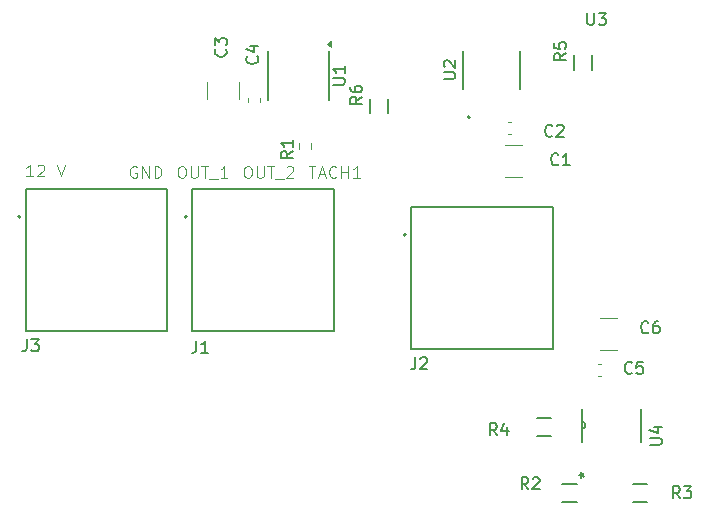
<source format=gto>
%TF.GenerationSoftware,KiCad,Pcbnew,9.0.2*%
%TF.CreationDate,2025-12-29T08:51:12-08:00*%
%TF.ProjectId,motor_temperature,6d6f746f-725f-4746-956d-706572617475,A*%
%TF.SameCoordinates,Original*%
%TF.FileFunction,Legend,Top*%
%TF.FilePolarity,Positive*%
%FSLAX46Y46*%
G04 Gerber Fmt 4.6, Leading zero omitted, Abs format (unit mm)*
G04 Created by KiCad (PCBNEW 9.0.2) date 2025-12-29 08:51:12*
%MOMM*%
%LPD*%
G01*
G04 APERTURE LIST*
%ADD10C,0.100000*%
%ADD11C,0.150000*%
%ADD12C,0.120000*%
%ADD13C,0.127000*%
%ADD14C,0.200000*%
%ADD15C,0.152400*%
G04 APERTURE END LIST*
D10*
X133638027Y-81295419D02*
X134209455Y-81295419D01*
X133923741Y-82295419D02*
X133923741Y-81295419D01*
X134495170Y-82009704D02*
X134971360Y-82009704D01*
X134399932Y-82295419D02*
X134733265Y-81295419D01*
X134733265Y-81295419D02*
X135066598Y-82295419D01*
X135971360Y-82200180D02*
X135923741Y-82247800D01*
X135923741Y-82247800D02*
X135780884Y-82295419D01*
X135780884Y-82295419D02*
X135685646Y-82295419D01*
X135685646Y-82295419D02*
X135542789Y-82247800D01*
X135542789Y-82247800D02*
X135447551Y-82152561D01*
X135447551Y-82152561D02*
X135399932Y-82057323D01*
X135399932Y-82057323D02*
X135352313Y-81866847D01*
X135352313Y-81866847D02*
X135352313Y-81723990D01*
X135352313Y-81723990D02*
X135399932Y-81533514D01*
X135399932Y-81533514D02*
X135447551Y-81438276D01*
X135447551Y-81438276D02*
X135542789Y-81343038D01*
X135542789Y-81343038D02*
X135685646Y-81295419D01*
X135685646Y-81295419D02*
X135780884Y-81295419D01*
X135780884Y-81295419D02*
X135923741Y-81343038D01*
X135923741Y-81343038D02*
X135971360Y-81390657D01*
X136399932Y-82295419D02*
X136399932Y-81295419D01*
X136399932Y-81771609D02*
X136971360Y-81771609D01*
X136971360Y-82295419D02*
X136971360Y-81295419D01*
X137971360Y-82295419D02*
X137399932Y-82295419D01*
X137685646Y-82295419D02*
X137685646Y-81295419D01*
X137685646Y-81295419D02*
X137590408Y-81438276D01*
X137590408Y-81438276D02*
X137495170Y-81533514D01*
X137495170Y-81533514D02*
X137399932Y-81581133D01*
X110301693Y-82168419D02*
X109730265Y-82168419D01*
X110015979Y-82168419D02*
X110015979Y-81168419D01*
X110015979Y-81168419D02*
X109920741Y-81311276D01*
X109920741Y-81311276D02*
X109825503Y-81406514D01*
X109825503Y-81406514D02*
X109730265Y-81454133D01*
X110682646Y-81263657D02*
X110730265Y-81216038D01*
X110730265Y-81216038D02*
X110825503Y-81168419D01*
X110825503Y-81168419D02*
X111063598Y-81168419D01*
X111063598Y-81168419D02*
X111158836Y-81216038D01*
X111158836Y-81216038D02*
X111206455Y-81263657D01*
X111206455Y-81263657D02*
X111254074Y-81358895D01*
X111254074Y-81358895D02*
X111254074Y-81454133D01*
X111254074Y-81454133D02*
X111206455Y-81596990D01*
X111206455Y-81596990D02*
X110635027Y-82168419D01*
X110635027Y-82168419D02*
X111254074Y-82168419D01*
X112301694Y-81168419D02*
X112635027Y-82168419D01*
X112635027Y-82168419D02*
X112968360Y-81168419D01*
X122795360Y-81295419D02*
X122985836Y-81295419D01*
X122985836Y-81295419D02*
X123081074Y-81343038D01*
X123081074Y-81343038D02*
X123176312Y-81438276D01*
X123176312Y-81438276D02*
X123223931Y-81628752D01*
X123223931Y-81628752D02*
X123223931Y-81962085D01*
X123223931Y-81962085D02*
X123176312Y-82152561D01*
X123176312Y-82152561D02*
X123081074Y-82247800D01*
X123081074Y-82247800D02*
X122985836Y-82295419D01*
X122985836Y-82295419D02*
X122795360Y-82295419D01*
X122795360Y-82295419D02*
X122700122Y-82247800D01*
X122700122Y-82247800D02*
X122604884Y-82152561D01*
X122604884Y-82152561D02*
X122557265Y-81962085D01*
X122557265Y-81962085D02*
X122557265Y-81628752D01*
X122557265Y-81628752D02*
X122604884Y-81438276D01*
X122604884Y-81438276D02*
X122700122Y-81343038D01*
X122700122Y-81343038D02*
X122795360Y-81295419D01*
X123652503Y-81295419D02*
X123652503Y-82104942D01*
X123652503Y-82104942D02*
X123700122Y-82200180D01*
X123700122Y-82200180D02*
X123747741Y-82247800D01*
X123747741Y-82247800D02*
X123842979Y-82295419D01*
X123842979Y-82295419D02*
X124033455Y-82295419D01*
X124033455Y-82295419D02*
X124128693Y-82247800D01*
X124128693Y-82247800D02*
X124176312Y-82200180D01*
X124176312Y-82200180D02*
X124223931Y-82104942D01*
X124223931Y-82104942D02*
X124223931Y-81295419D01*
X124557265Y-81295419D02*
X125128693Y-81295419D01*
X124842979Y-82295419D02*
X124842979Y-81295419D01*
X125223932Y-82390657D02*
X125985836Y-82390657D01*
X126747741Y-82295419D02*
X126176313Y-82295419D01*
X126462027Y-82295419D02*
X126462027Y-81295419D01*
X126462027Y-81295419D02*
X126366789Y-81438276D01*
X126366789Y-81438276D02*
X126271551Y-81533514D01*
X126271551Y-81533514D02*
X126176313Y-81581133D01*
X119064693Y-81343038D02*
X118969455Y-81295419D01*
X118969455Y-81295419D02*
X118826598Y-81295419D01*
X118826598Y-81295419D02*
X118683741Y-81343038D01*
X118683741Y-81343038D02*
X118588503Y-81438276D01*
X118588503Y-81438276D02*
X118540884Y-81533514D01*
X118540884Y-81533514D02*
X118493265Y-81723990D01*
X118493265Y-81723990D02*
X118493265Y-81866847D01*
X118493265Y-81866847D02*
X118540884Y-82057323D01*
X118540884Y-82057323D02*
X118588503Y-82152561D01*
X118588503Y-82152561D02*
X118683741Y-82247800D01*
X118683741Y-82247800D02*
X118826598Y-82295419D01*
X118826598Y-82295419D02*
X118921836Y-82295419D01*
X118921836Y-82295419D02*
X119064693Y-82247800D01*
X119064693Y-82247800D02*
X119112312Y-82200180D01*
X119112312Y-82200180D02*
X119112312Y-81866847D01*
X119112312Y-81866847D02*
X118921836Y-81866847D01*
X119540884Y-82295419D02*
X119540884Y-81295419D01*
X119540884Y-81295419D02*
X120112312Y-82295419D01*
X120112312Y-82295419D02*
X120112312Y-81295419D01*
X120588503Y-82295419D02*
X120588503Y-81295419D01*
X120588503Y-81295419D02*
X120826598Y-81295419D01*
X120826598Y-81295419D02*
X120969455Y-81343038D01*
X120969455Y-81343038D02*
X121064693Y-81438276D01*
X121064693Y-81438276D02*
X121112312Y-81533514D01*
X121112312Y-81533514D02*
X121159931Y-81723990D01*
X121159931Y-81723990D02*
X121159931Y-81866847D01*
X121159931Y-81866847D02*
X121112312Y-82057323D01*
X121112312Y-82057323D02*
X121064693Y-82152561D01*
X121064693Y-82152561D02*
X120969455Y-82247800D01*
X120969455Y-82247800D02*
X120826598Y-82295419D01*
X120826598Y-82295419D02*
X120588503Y-82295419D01*
X128383360Y-81295419D02*
X128573836Y-81295419D01*
X128573836Y-81295419D02*
X128669074Y-81343038D01*
X128669074Y-81343038D02*
X128764312Y-81438276D01*
X128764312Y-81438276D02*
X128811931Y-81628752D01*
X128811931Y-81628752D02*
X128811931Y-81962085D01*
X128811931Y-81962085D02*
X128764312Y-82152561D01*
X128764312Y-82152561D02*
X128669074Y-82247800D01*
X128669074Y-82247800D02*
X128573836Y-82295419D01*
X128573836Y-82295419D02*
X128383360Y-82295419D01*
X128383360Y-82295419D02*
X128288122Y-82247800D01*
X128288122Y-82247800D02*
X128192884Y-82152561D01*
X128192884Y-82152561D02*
X128145265Y-81962085D01*
X128145265Y-81962085D02*
X128145265Y-81628752D01*
X128145265Y-81628752D02*
X128192884Y-81438276D01*
X128192884Y-81438276D02*
X128288122Y-81343038D01*
X128288122Y-81343038D02*
X128383360Y-81295419D01*
X129240503Y-81295419D02*
X129240503Y-82104942D01*
X129240503Y-82104942D02*
X129288122Y-82200180D01*
X129288122Y-82200180D02*
X129335741Y-82247800D01*
X129335741Y-82247800D02*
X129430979Y-82295419D01*
X129430979Y-82295419D02*
X129621455Y-82295419D01*
X129621455Y-82295419D02*
X129716693Y-82247800D01*
X129716693Y-82247800D02*
X129764312Y-82200180D01*
X129764312Y-82200180D02*
X129811931Y-82104942D01*
X129811931Y-82104942D02*
X129811931Y-81295419D01*
X130145265Y-81295419D02*
X130716693Y-81295419D01*
X130430979Y-82295419D02*
X130430979Y-81295419D01*
X130811932Y-82390657D02*
X131573836Y-82390657D01*
X131764313Y-81390657D02*
X131811932Y-81343038D01*
X131811932Y-81343038D02*
X131907170Y-81295419D01*
X131907170Y-81295419D02*
X132145265Y-81295419D01*
X132145265Y-81295419D02*
X132240503Y-81343038D01*
X132240503Y-81343038D02*
X132288122Y-81390657D01*
X132288122Y-81390657D02*
X132335741Y-81485895D01*
X132335741Y-81485895D02*
X132335741Y-81581133D01*
X132335741Y-81581133D02*
X132288122Y-81723990D01*
X132288122Y-81723990D02*
X131716694Y-82295419D01*
X131716694Y-82295419D02*
X132335741Y-82295419D01*
D11*
X132280819Y-80049666D02*
X131804628Y-80382999D01*
X132280819Y-80621094D02*
X131280819Y-80621094D01*
X131280819Y-80621094D02*
X131280819Y-80240142D01*
X131280819Y-80240142D02*
X131328438Y-80144904D01*
X131328438Y-80144904D02*
X131376057Y-80097285D01*
X131376057Y-80097285D02*
X131471295Y-80049666D01*
X131471295Y-80049666D02*
X131614152Y-80049666D01*
X131614152Y-80049666D02*
X131709390Y-80097285D01*
X131709390Y-80097285D02*
X131757009Y-80144904D01*
X131757009Y-80144904D02*
X131804628Y-80240142D01*
X131804628Y-80240142D02*
X131804628Y-80621094D01*
X132280819Y-79097285D02*
X132280819Y-79668713D01*
X132280819Y-79382999D02*
X131280819Y-79382999D01*
X131280819Y-79382999D02*
X131423676Y-79478237D01*
X131423676Y-79478237D02*
X131518914Y-79573475D01*
X131518914Y-79573475D02*
X131566533Y-79668713D01*
X154265333Y-78718580D02*
X154217714Y-78766200D01*
X154217714Y-78766200D02*
X154074857Y-78813819D01*
X154074857Y-78813819D02*
X153979619Y-78813819D01*
X153979619Y-78813819D02*
X153836762Y-78766200D01*
X153836762Y-78766200D02*
X153741524Y-78670961D01*
X153741524Y-78670961D02*
X153693905Y-78575723D01*
X153693905Y-78575723D02*
X153646286Y-78385247D01*
X153646286Y-78385247D02*
X153646286Y-78242390D01*
X153646286Y-78242390D02*
X153693905Y-78051914D01*
X153693905Y-78051914D02*
X153741524Y-77956676D01*
X153741524Y-77956676D02*
X153836762Y-77861438D01*
X153836762Y-77861438D02*
X153979619Y-77813819D01*
X153979619Y-77813819D02*
X154074857Y-77813819D01*
X154074857Y-77813819D02*
X154217714Y-77861438D01*
X154217714Y-77861438D02*
X154265333Y-77909057D01*
X154646286Y-77909057D02*
X154693905Y-77861438D01*
X154693905Y-77861438D02*
X154789143Y-77813819D01*
X154789143Y-77813819D02*
X155027238Y-77813819D01*
X155027238Y-77813819D02*
X155122476Y-77861438D01*
X155122476Y-77861438D02*
X155170095Y-77909057D01*
X155170095Y-77909057D02*
X155217714Y-78004295D01*
X155217714Y-78004295D02*
X155217714Y-78099533D01*
X155217714Y-78099533D02*
X155170095Y-78242390D01*
X155170095Y-78242390D02*
X154598667Y-78813819D01*
X154598667Y-78813819D02*
X155217714Y-78813819D01*
X109775666Y-95974819D02*
X109775666Y-96689104D01*
X109775666Y-96689104D02*
X109728047Y-96831961D01*
X109728047Y-96831961D02*
X109632809Y-96927200D01*
X109632809Y-96927200D02*
X109489952Y-96974819D01*
X109489952Y-96974819D02*
X109394714Y-96974819D01*
X110156619Y-95974819D02*
X110775666Y-95974819D01*
X110775666Y-95974819D02*
X110442333Y-96355771D01*
X110442333Y-96355771D02*
X110585190Y-96355771D01*
X110585190Y-96355771D02*
X110680428Y-96403390D01*
X110680428Y-96403390D02*
X110728047Y-96451009D01*
X110728047Y-96451009D02*
X110775666Y-96546247D01*
X110775666Y-96546247D02*
X110775666Y-96784342D01*
X110775666Y-96784342D02*
X110728047Y-96879580D01*
X110728047Y-96879580D02*
X110680428Y-96927200D01*
X110680428Y-96927200D02*
X110585190Y-96974819D01*
X110585190Y-96974819D02*
X110299476Y-96974819D01*
X110299476Y-96974819D02*
X110204238Y-96927200D01*
X110204238Y-96927200D02*
X110156619Y-96879580D01*
X152233333Y-108658819D02*
X151900000Y-108182628D01*
X151661905Y-108658819D02*
X151661905Y-107658819D01*
X151661905Y-107658819D02*
X152042857Y-107658819D01*
X152042857Y-107658819D02*
X152138095Y-107706438D01*
X152138095Y-107706438D02*
X152185714Y-107754057D01*
X152185714Y-107754057D02*
X152233333Y-107849295D01*
X152233333Y-107849295D02*
X152233333Y-107992152D01*
X152233333Y-107992152D02*
X152185714Y-108087390D01*
X152185714Y-108087390D02*
X152138095Y-108135009D01*
X152138095Y-108135009D02*
X152042857Y-108182628D01*
X152042857Y-108182628D02*
X151661905Y-108182628D01*
X152614286Y-107754057D02*
X152661905Y-107706438D01*
X152661905Y-107706438D02*
X152757143Y-107658819D01*
X152757143Y-107658819D02*
X152995238Y-107658819D01*
X152995238Y-107658819D02*
X153090476Y-107706438D01*
X153090476Y-107706438D02*
X153138095Y-107754057D01*
X153138095Y-107754057D02*
X153185714Y-107849295D01*
X153185714Y-107849295D02*
X153185714Y-107944533D01*
X153185714Y-107944533D02*
X153138095Y-108087390D01*
X153138095Y-108087390D02*
X152566667Y-108658819D01*
X152566667Y-108658819D02*
X153185714Y-108658819D01*
X154773333Y-81131580D02*
X154725714Y-81179200D01*
X154725714Y-81179200D02*
X154582857Y-81226819D01*
X154582857Y-81226819D02*
X154487619Y-81226819D01*
X154487619Y-81226819D02*
X154344762Y-81179200D01*
X154344762Y-81179200D02*
X154249524Y-81083961D01*
X154249524Y-81083961D02*
X154201905Y-80988723D01*
X154201905Y-80988723D02*
X154154286Y-80798247D01*
X154154286Y-80798247D02*
X154154286Y-80655390D01*
X154154286Y-80655390D02*
X154201905Y-80464914D01*
X154201905Y-80464914D02*
X154249524Y-80369676D01*
X154249524Y-80369676D02*
X154344762Y-80274438D01*
X154344762Y-80274438D02*
X154487619Y-80226819D01*
X154487619Y-80226819D02*
X154582857Y-80226819D01*
X154582857Y-80226819D02*
X154725714Y-80274438D01*
X154725714Y-80274438D02*
X154773333Y-80322057D01*
X155725714Y-81226819D02*
X155154286Y-81226819D01*
X155440000Y-81226819D02*
X155440000Y-80226819D01*
X155440000Y-80226819D02*
X155344762Y-80369676D01*
X155344762Y-80369676D02*
X155249524Y-80464914D01*
X155249524Y-80464914D02*
X155154286Y-80512533D01*
X126597580Y-71413666D02*
X126645200Y-71461285D01*
X126645200Y-71461285D02*
X126692819Y-71604142D01*
X126692819Y-71604142D02*
X126692819Y-71699380D01*
X126692819Y-71699380D02*
X126645200Y-71842237D01*
X126645200Y-71842237D02*
X126549961Y-71937475D01*
X126549961Y-71937475D02*
X126454723Y-71985094D01*
X126454723Y-71985094D02*
X126264247Y-72032713D01*
X126264247Y-72032713D02*
X126121390Y-72032713D01*
X126121390Y-72032713D02*
X125930914Y-71985094D01*
X125930914Y-71985094D02*
X125835676Y-71937475D01*
X125835676Y-71937475D02*
X125740438Y-71842237D01*
X125740438Y-71842237D02*
X125692819Y-71699380D01*
X125692819Y-71699380D02*
X125692819Y-71604142D01*
X125692819Y-71604142D02*
X125740438Y-71461285D01*
X125740438Y-71461285D02*
X125788057Y-71413666D01*
X125692819Y-71080332D02*
X125692819Y-70461285D01*
X125692819Y-70461285D02*
X126073771Y-70794618D01*
X126073771Y-70794618D02*
X126073771Y-70651761D01*
X126073771Y-70651761D02*
X126121390Y-70556523D01*
X126121390Y-70556523D02*
X126169009Y-70508904D01*
X126169009Y-70508904D02*
X126264247Y-70461285D01*
X126264247Y-70461285D02*
X126502342Y-70461285D01*
X126502342Y-70461285D02*
X126597580Y-70508904D01*
X126597580Y-70508904D02*
X126645200Y-70556523D01*
X126645200Y-70556523D02*
X126692819Y-70651761D01*
X126692819Y-70651761D02*
X126692819Y-70937475D01*
X126692819Y-70937475D02*
X126645200Y-71032713D01*
X126645200Y-71032713D02*
X126597580Y-71080332D01*
X165060333Y-109420819D02*
X164727000Y-108944628D01*
X164488905Y-109420819D02*
X164488905Y-108420819D01*
X164488905Y-108420819D02*
X164869857Y-108420819D01*
X164869857Y-108420819D02*
X164965095Y-108468438D01*
X164965095Y-108468438D02*
X165012714Y-108516057D01*
X165012714Y-108516057D02*
X165060333Y-108611295D01*
X165060333Y-108611295D02*
X165060333Y-108754152D01*
X165060333Y-108754152D02*
X165012714Y-108849390D01*
X165012714Y-108849390D02*
X164965095Y-108897009D01*
X164965095Y-108897009D02*
X164869857Y-108944628D01*
X164869857Y-108944628D02*
X164488905Y-108944628D01*
X165393667Y-108420819D02*
X166012714Y-108420819D01*
X166012714Y-108420819D02*
X165679381Y-108801771D01*
X165679381Y-108801771D02*
X165822238Y-108801771D01*
X165822238Y-108801771D02*
X165917476Y-108849390D01*
X165917476Y-108849390D02*
X165965095Y-108897009D01*
X165965095Y-108897009D02*
X166012714Y-108992247D01*
X166012714Y-108992247D02*
X166012714Y-109230342D01*
X166012714Y-109230342D02*
X165965095Y-109325580D01*
X165965095Y-109325580D02*
X165917476Y-109373200D01*
X165917476Y-109373200D02*
X165822238Y-109420819D01*
X165822238Y-109420819D02*
X165536524Y-109420819D01*
X165536524Y-109420819D02*
X165441286Y-109373200D01*
X165441286Y-109373200D02*
X165393667Y-109325580D01*
X145060319Y-73913904D02*
X145869842Y-73913904D01*
X145869842Y-73913904D02*
X145965080Y-73866285D01*
X145965080Y-73866285D02*
X146012700Y-73818666D01*
X146012700Y-73818666D02*
X146060319Y-73723428D01*
X146060319Y-73723428D02*
X146060319Y-73532952D01*
X146060319Y-73532952D02*
X146012700Y-73437714D01*
X146012700Y-73437714D02*
X145965080Y-73390095D01*
X145965080Y-73390095D02*
X145869842Y-73342476D01*
X145869842Y-73342476D02*
X145060319Y-73342476D01*
X145155557Y-72913904D02*
X145107938Y-72866285D01*
X145107938Y-72866285D02*
X145060319Y-72771047D01*
X145060319Y-72771047D02*
X145060319Y-72532952D01*
X145060319Y-72532952D02*
X145107938Y-72437714D01*
X145107938Y-72437714D02*
X145155557Y-72390095D01*
X145155557Y-72390095D02*
X145250795Y-72342476D01*
X145250795Y-72342476D02*
X145346033Y-72342476D01*
X145346033Y-72342476D02*
X145488890Y-72390095D01*
X145488890Y-72390095D02*
X146060319Y-72961523D01*
X146060319Y-72961523D02*
X146060319Y-72342476D01*
X124126666Y-96101819D02*
X124126666Y-96816104D01*
X124126666Y-96816104D02*
X124079047Y-96958961D01*
X124079047Y-96958961D02*
X123983809Y-97054200D01*
X123983809Y-97054200D02*
X123840952Y-97101819D01*
X123840952Y-97101819D02*
X123745714Y-97101819D01*
X125126666Y-97101819D02*
X124555238Y-97101819D01*
X124840952Y-97101819D02*
X124840952Y-96101819D01*
X124840952Y-96101819D02*
X124745714Y-96244676D01*
X124745714Y-96244676D02*
X124650476Y-96339914D01*
X124650476Y-96339914D02*
X124555238Y-96387533D01*
X160996333Y-98784580D02*
X160948714Y-98832200D01*
X160948714Y-98832200D02*
X160805857Y-98879819D01*
X160805857Y-98879819D02*
X160710619Y-98879819D01*
X160710619Y-98879819D02*
X160567762Y-98832200D01*
X160567762Y-98832200D02*
X160472524Y-98736961D01*
X160472524Y-98736961D02*
X160424905Y-98641723D01*
X160424905Y-98641723D02*
X160377286Y-98451247D01*
X160377286Y-98451247D02*
X160377286Y-98308390D01*
X160377286Y-98308390D02*
X160424905Y-98117914D01*
X160424905Y-98117914D02*
X160472524Y-98022676D01*
X160472524Y-98022676D02*
X160567762Y-97927438D01*
X160567762Y-97927438D02*
X160710619Y-97879819D01*
X160710619Y-97879819D02*
X160805857Y-97879819D01*
X160805857Y-97879819D02*
X160948714Y-97927438D01*
X160948714Y-97927438D02*
X160996333Y-97975057D01*
X161901095Y-97879819D02*
X161424905Y-97879819D01*
X161424905Y-97879819D02*
X161377286Y-98356009D01*
X161377286Y-98356009D02*
X161424905Y-98308390D01*
X161424905Y-98308390D02*
X161520143Y-98260771D01*
X161520143Y-98260771D02*
X161758238Y-98260771D01*
X161758238Y-98260771D02*
X161853476Y-98308390D01*
X161853476Y-98308390D02*
X161901095Y-98356009D01*
X161901095Y-98356009D02*
X161948714Y-98451247D01*
X161948714Y-98451247D02*
X161948714Y-98689342D01*
X161948714Y-98689342D02*
X161901095Y-98784580D01*
X161901095Y-98784580D02*
X161853476Y-98832200D01*
X161853476Y-98832200D02*
X161758238Y-98879819D01*
X161758238Y-98879819D02*
X161520143Y-98879819D01*
X161520143Y-98879819D02*
X161424905Y-98832200D01*
X161424905Y-98832200D02*
X161377286Y-98784580D01*
X157226095Y-68342819D02*
X157226095Y-69152342D01*
X157226095Y-69152342D02*
X157273714Y-69247580D01*
X157273714Y-69247580D02*
X157321333Y-69295200D01*
X157321333Y-69295200D02*
X157416571Y-69342819D01*
X157416571Y-69342819D02*
X157607047Y-69342819D01*
X157607047Y-69342819D02*
X157702285Y-69295200D01*
X157702285Y-69295200D02*
X157749904Y-69247580D01*
X157749904Y-69247580D02*
X157797523Y-69152342D01*
X157797523Y-69152342D02*
X157797523Y-68342819D01*
X158178476Y-68342819D02*
X158797523Y-68342819D01*
X158797523Y-68342819D02*
X158464190Y-68723771D01*
X158464190Y-68723771D02*
X158607047Y-68723771D01*
X158607047Y-68723771D02*
X158702285Y-68771390D01*
X158702285Y-68771390D02*
X158749904Y-68819009D01*
X158749904Y-68819009D02*
X158797523Y-68914247D01*
X158797523Y-68914247D02*
X158797523Y-69152342D01*
X158797523Y-69152342D02*
X158749904Y-69247580D01*
X158749904Y-69247580D02*
X158702285Y-69295200D01*
X158702285Y-69295200D02*
X158607047Y-69342819D01*
X158607047Y-69342819D02*
X158321333Y-69342819D01*
X158321333Y-69342819D02*
X158226095Y-69295200D01*
X158226095Y-69295200D02*
X158178476Y-69247580D01*
X162522819Y-104901904D02*
X163332342Y-104901904D01*
X163332342Y-104901904D02*
X163427580Y-104854285D01*
X163427580Y-104854285D02*
X163475200Y-104806666D01*
X163475200Y-104806666D02*
X163522819Y-104711428D01*
X163522819Y-104711428D02*
X163522819Y-104520952D01*
X163522819Y-104520952D02*
X163475200Y-104425714D01*
X163475200Y-104425714D02*
X163427580Y-104378095D01*
X163427580Y-104378095D02*
X163332342Y-104330476D01*
X163332342Y-104330476D02*
X162522819Y-104330476D01*
X162856152Y-103425714D02*
X163522819Y-103425714D01*
X162475200Y-103663809D02*
X163189485Y-103901904D01*
X163189485Y-103901904D02*
X163189485Y-103282857D01*
X156553819Y-107441999D02*
X156791914Y-107441999D01*
X156696676Y-107680094D02*
X156791914Y-107441999D01*
X156791914Y-107441999D02*
X156696676Y-107203904D01*
X156982390Y-107584856D02*
X156791914Y-107441999D01*
X156791914Y-107441999D02*
X156982390Y-107299142D01*
X142668666Y-97498819D02*
X142668666Y-98213104D01*
X142668666Y-98213104D02*
X142621047Y-98355961D01*
X142621047Y-98355961D02*
X142525809Y-98451200D01*
X142525809Y-98451200D02*
X142382952Y-98498819D01*
X142382952Y-98498819D02*
X142287714Y-98498819D01*
X143097238Y-97594057D02*
X143144857Y-97546438D01*
X143144857Y-97546438D02*
X143240095Y-97498819D01*
X143240095Y-97498819D02*
X143478190Y-97498819D01*
X143478190Y-97498819D02*
X143573428Y-97546438D01*
X143573428Y-97546438D02*
X143621047Y-97594057D01*
X143621047Y-97594057D02*
X143668666Y-97689295D01*
X143668666Y-97689295D02*
X143668666Y-97784533D01*
X143668666Y-97784533D02*
X143621047Y-97927390D01*
X143621047Y-97927390D02*
X143049619Y-98498819D01*
X143049619Y-98498819D02*
X143668666Y-98498819D01*
X155414819Y-71758666D02*
X154938628Y-72091999D01*
X155414819Y-72330094D02*
X154414819Y-72330094D01*
X154414819Y-72330094D02*
X154414819Y-71949142D01*
X154414819Y-71949142D02*
X154462438Y-71853904D01*
X154462438Y-71853904D02*
X154510057Y-71806285D01*
X154510057Y-71806285D02*
X154605295Y-71758666D01*
X154605295Y-71758666D02*
X154748152Y-71758666D01*
X154748152Y-71758666D02*
X154843390Y-71806285D01*
X154843390Y-71806285D02*
X154891009Y-71853904D01*
X154891009Y-71853904D02*
X154938628Y-71949142D01*
X154938628Y-71949142D02*
X154938628Y-72330094D01*
X154414819Y-70853904D02*
X154414819Y-71330094D01*
X154414819Y-71330094D02*
X154891009Y-71377713D01*
X154891009Y-71377713D02*
X154843390Y-71330094D01*
X154843390Y-71330094D02*
X154795771Y-71234856D01*
X154795771Y-71234856D02*
X154795771Y-70996761D01*
X154795771Y-70996761D02*
X154843390Y-70901523D01*
X154843390Y-70901523D02*
X154891009Y-70853904D01*
X154891009Y-70853904D02*
X154986247Y-70806285D01*
X154986247Y-70806285D02*
X155224342Y-70806285D01*
X155224342Y-70806285D02*
X155319580Y-70853904D01*
X155319580Y-70853904D02*
X155367200Y-70901523D01*
X155367200Y-70901523D02*
X155414819Y-70996761D01*
X155414819Y-70996761D02*
X155414819Y-71234856D01*
X155414819Y-71234856D02*
X155367200Y-71330094D01*
X155367200Y-71330094D02*
X155319580Y-71377713D01*
X135699819Y-74406904D02*
X136509342Y-74406904D01*
X136509342Y-74406904D02*
X136604580Y-74359285D01*
X136604580Y-74359285D02*
X136652200Y-74311666D01*
X136652200Y-74311666D02*
X136699819Y-74216428D01*
X136699819Y-74216428D02*
X136699819Y-74025952D01*
X136699819Y-74025952D02*
X136652200Y-73930714D01*
X136652200Y-73930714D02*
X136604580Y-73883095D01*
X136604580Y-73883095D02*
X136509342Y-73835476D01*
X136509342Y-73835476D02*
X135699819Y-73835476D01*
X136699819Y-72835476D02*
X136699819Y-73406904D01*
X136699819Y-73121190D02*
X135699819Y-73121190D01*
X135699819Y-73121190D02*
X135842676Y-73216428D01*
X135842676Y-73216428D02*
X135937914Y-73311666D01*
X135937914Y-73311666D02*
X135985533Y-73406904D01*
X149566333Y-104086819D02*
X149233000Y-103610628D01*
X148994905Y-104086819D02*
X148994905Y-103086819D01*
X148994905Y-103086819D02*
X149375857Y-103086819D01*
X149375857Y-103086819D02*
X149471095Y-103134438D01*
X149471095Y-103134438D02*
X149518714Y-103182057D01*
X149518714Y-103182057D02*
X149566333Y-103277295D01*
X149566333Y-103277295D02*
X149566333Y-103420152D01*
X149566333Y-103420152D02*
X149518714Y-103515390D01*
X149518714Y-103515390D02*
X149471095Y-103563009D01*
X149471095Y-103563009D02*
X149375857Y-103610628D01*
X149375857Y-103610628D02*
X148994905Y-103610628D01*
X150423476Y-103420152D02*
X150423476Y-104086819D01*
X150185381Y-103039200D02*
X149947286Y-103753485D01*
X149947286Y-103753485D02*
X150566333Y-103753485D01*
X138142819Y-75441666D02*
X137666628Y-75774999D01*
X138142819Y-76013094D02*
X137142819Y-76013094D01*
X137142819Y-76013094D02*
X137142819Y-75632142D01*
X137142819Y-75632142D02*
X137190438Y-75536904D01*
X137190438Y-75536904D02*
X137238057Y-75489285D01*
X137238057Y-75489285D02*
X137333295Y-75441666D01*
X137333295Y-75441666D02*
X137476152Y-75441666D01*
X137476152Y-75441666D02*
X137571390Y-75489285D01*
X137571390Y-75489285D02*
X137619009Y-75536904D01*
X137619009Y-75536904D02*
X137666628Y-75632142D01*
X137666628Y-75632142D02*
X137666628Y-76013094D01*
X137142819Y-74584523D02*
X137142819Y-74774999D01*
X137142819Y-74774999D02*
X137190438Y-74870237D01*
X137190438Y-74870237D02*
X137238057Y-74917856D01*
X137238057Y-74917856D02*
X137380914Y-75013094D01*
X137380914Y-75013094D02*
X137571390Y-75060713D01*
X137571390Y-75060713D02*
X137952342Y-75060713D01*
X137952342Y-75060713D02*
X138047580Y-75013094D01*
X138047580Y-75013094D02*
X138095200Y-74965475D01*
X138095200Y-74965475D02*
X138142819Y-74870237D01*
X138142819Y-74870237D02*
X138142819Y-74679761D01*
X138142819Y-74679761D02*
X138095200Y-74584523D01*
X138095200Y-74584523D02*
X138047580Y-74536904D01*
X138047580Y-74536904D02*
X137952342Y-74489285D01*
X137952342Y-74489285D02*
X137714247Y-74489285D01*
X137714247Y-74489285D02*
X137619009Y-74536904D01*
X137619009Y-74536904D02*
X137571390Y-74584523D01*
X137571390Y-74584523D02*
X137523771Y-74679761D01*
X137523771Y-74679761D02*
X137523771Y-74870237D01*
X137523771Y-74870237D02*
X137571390Y-74965475D01*
X137571390Y-74965475D02*
X137619009Y-75013094D01*
X137619009Y-75013094D02*
X137714247Y-75060713D01*
X129264580Y-72022166D02*
X129312200Y-72069785D01*
X129312200Y-72069785D02*
X129359819Y-72212642D01*
X129359819Y-72212642D02*
X129359819Y-72307880D01*
X129359819Y-72307880D02*
X129312200Y-72450737D01*
X129312200Y-72450737D02*
X129216961Y-72545975D01*
X129216961Y-72545975D02*
X129121723Y-72593594D01*
X129121723Y-72593594D02*
X128931247Y-72641213D01*
X128931247Y-72641213D02*
X128788390Y-72641213D01*
X128788390Y-72641213D02*
X128597914Y-72593594D01*
X128597914Y-72593594D02*
X128502676Y-72545975D01*
X128502676Y-72545975D02*
X128407438Y-72450737D01*
X128407438Y-72450737D02*
X128359819Y-72307880D01*
X128359819Y-72307880D02*
X128359819Y-72212642D01*
X128359819Y-72212642D02*
X128407438Y-72069785D01*
X128407438Y-72069785D02*
X128455057Y-72022166D01*
X128693152Y-71165023D02*
X129359819Y-71165023D01*
X128312200Y-71403118D02*
X129026485Y-71641213D01*
X129026485Y-71641213D02*
X129026485Y-71022166D01*
X162393333Y-95355580D02*
X162345714Y-95403200D01*
X162345714Y-95403200D02*
X162202857Y-95450819D01*
X162202857Y-95450819D02*
X162107619Y-95450819D01*
X162107619Y-95450819D02*
X161964762Y-95403200D01*
X161964762Y-95403200D02*
X161869524Y-95307961D01*
X161869524Y-95307961D02*
X161821905Y-95212723D01*
X161821905Y-95212723D02*
X161774286Y-95022247D01*
X161774286Y-95022247D02*
X161774286Y-94879390D01*
X161774286Y-94879390D02*
X161821905Y-94688914D01*
X161821905Y-94688914D02*
X161869524Y-94593676D01*
X161869524Y-94593676D02*
X161964762Y-94498438D01*
X161964762Y-94498438D02*
X162107619Y-94450819D01*
X162107619Y-94450819D02*
X162202857Y-94450819D01*
X162202857Y-94450819D02*
X162345714Y-94498438D01*
X162345714Y-94498438D02*
X162393333Y-94546057D01*
X163250476Y-94450819D02*
X163060000Y-94450819D01*
X163060000Y-94450819D02*
X162964762Y-94498438D01*
X162964762Y-94498438D02*
X162917143Y-94546057D01*
X162917143Y-94546057D02*
X162821905Y-94688914D01*
X162821905Y-94688914D02*
X162774286Y-94879390D01*
X162774286Y-94879390D02*
X162774286Y-95260342D01*
X162774286Y-95260342D02*
X162821905Y-95355580D01*
X162821905Y-95355580D02*
X162869524Y-95403200D01*
X162869524Y-95403200D02*
X162964762Y-95450819D01*
X162964762Y-95450819D02*
X163155238Y-95450819D01*
X163155238Y-95450819D02*
X163250476Y-95403200D01*
X163250476Y-95403200D02*
X163298095Y-95355580D01*
X163298095Y-95355580D02*
X163345714Y-95260342D01*
X163345714Y-95260342D02*
X163345714Y-95022247D01*
X163345714Y-95022247D02*
X163298095Y-94927009D01*
X163298095Y-94927009D02*
X163250476Y-94879390D01*
X163250476Y-94879390D02*
X163155238Y-94831771D01*
X163155238Y-94831771D02*
X162964762Y-94831771D01*
X162964762Y-94831771D02*
X162869524Y-94879390D01*
X162869524Y-94879390D02*
X162821905Y-94927009D01*
X162821905Y-94927009D02*
X162774286Y-95022247D01*
D12*
%TO.C,R1*%
X132827500Y-79374276D02*
X132827500Y-79883724D01*
X133872500Y-79374276D02*
X133872500Y-79883724D01*
%TO.C,C2*%
X150475733Y-77595000D02*
X150768267Y-77595000D01*
X150475733Y-78615000D02*
X150768267Y-78615000D01*
D13*
%TO.C,J3*%
X109680500Y-83281000D02*
X121680500Y-83281000D01*
X109680500Y-95281000D02*
X109680500Y-83281000D01*
X121680500Y-83281000D02*
X121680500Y-95281000D01*
X121680500Y-95281000D02*
X109680500Y-95281000D01*
D14*
X109230500Y-85581000D02*
G75*
G02*
X109030500Y-85581000I-100000J0D01*
G01*
X109030500Y-85581000D02*
G75*
G02*
X109230500Y-85581000I100000J0D01*
G01*
D13*
%TO.C,R2*%
X156317000Y-108191000D02*
X155087000Y-108191000D01*
X156317000Y-109741000D02*
X155087000Y-109741000D01*
D12*
%TO.C,C1*%
X150291748Y-79539000D02*
X151714252Y-79539000D01*
X150291748Y-82259000D02*
X151714252Y-82259000D01*
%TO.C,C3*%
X125005000Y-75641252D02*
X125005000Y-74218748D01*
X127725000Y-75641252D02*
X127725000Y-74218748D01*
D13*
%TO.C,R3*%
X161056000Y-108191000D02*
X162286000Y-108191000D01*
X161056000Y-109741000D02*
X162286000Y-109741000D01*
%TO.C,U2*%
X146672300Y-74742000D02*
X146672300Y-71562000D01*
X151523700Y-71562000D02*
X151523700Y-74742000D01*
D14*
X147293000Y-77152000D02*
G75*
G02*
X147093000Y-77152000I-100000J0D01*
G01*
X147093000Y-77152000D02*
G75*
G02*
X147293000Y-77152000I100000J0D01*
G01*
D13*
%TO.C,J1*%
X123777500Y-83281000D02*
X135777500Y-83281000D01*
X123777500Y-95281000D02*
X123777500Y-83281000D01*
X135777500Y-83281000D02*
X135777500Y-95281000D01*
X135777500Y-95281000D02*
X123777500Y-95281000D01*
D14*
X123327500Y-85581000D02*
G75*
G02*
X123127500Y-85581000I-100000J0D01*
G01*
X123127500Y-85581000D02*
G75*
G02*
X123327500Y-85581000I100000J0D01*
G01*
D12*
%TO.C,C5*%
X158095733Y-98042000D02*
X158388267Y-98042000D01*
X158095733Y-99062000D02*
X158388267Y-99062000D01*
D15*
%TO.C,U4*%
X156756100Y-101877347D02*
X156756100Y-104624653D01*
X161759900Y-104624653D02*
X161759900Y-101877347D01*
X156756100Y-102946200D02*
G75*
G02*
X156756100Y-103555800I0J-304800D01*
G01*
D13*
%TO.C,J2*%
X142319500Y-84805000D02*
X154319500Y-84805000D01*
X142319500Y-96805000D02*
X142319500Y-84805000D01*
X154319500Y-84805000D02*
X154319500Y-96805000D01*
X154319500Y-96805000D02*
X142319500Y-96805000D01*
D14*
X141869500Y-87105000D02*
G75*
G02*
X141669500Y-87105000I-100000J0D01*
G01*
X141669500Y-87105000D02*
G75*
G02*
X141869500Y-87105000I100000J0D01*
G01*
D13*
%TO.C,R5*%
X156070000Y-73132000D02*
X156070000Y-71902000D01*
X157620000Y-73132000D02*
X157620000Y-71902000D01*
D11*
%TO.C,U1*%
X130170000Y-71570000D02*
X130170000Y-75720000D01*
X135320000Y-71570000D02*
X135320000Y-75720000D01*
D12*
X135550000Y-71210000D02*
X135220000Y-70970000D01*
X135550000Y-70730000D01*
X135550000Y-71210000D01*
G36*
X135550000Y-71210000D02*
G01*
X135220000Y-70970000D01*
X135550000Y-70730000D01*
X135550000Y-71210000D01*
G37*
D13*
%TO.C,R4*%
X154158000Y-102603000D02*
X152928000Y-102603000D01*
X154158000Y-104153000D02*
X152928000Y-104153000D01*
%TO.C,R6*%
X138798000Y-76815000D02*
X138798000Y-75585000D01*
X140348000Y-76815000D02*
X140348000Y-75585000D01*
D12*
%TO.C,C4*%
X128522000Y-75838267D02*
X128522000Y-75545733D01*
X129542000Y-75838267D02*
X129542000Y-75545733D01*
%TO.C,C6*%
X158292748Y-94144000D02*
X159715252Y-94144000D01*
X158292748Y-96864000D02*
X159715252Y-96864000D01*
%TD*%
M02*

</source>
